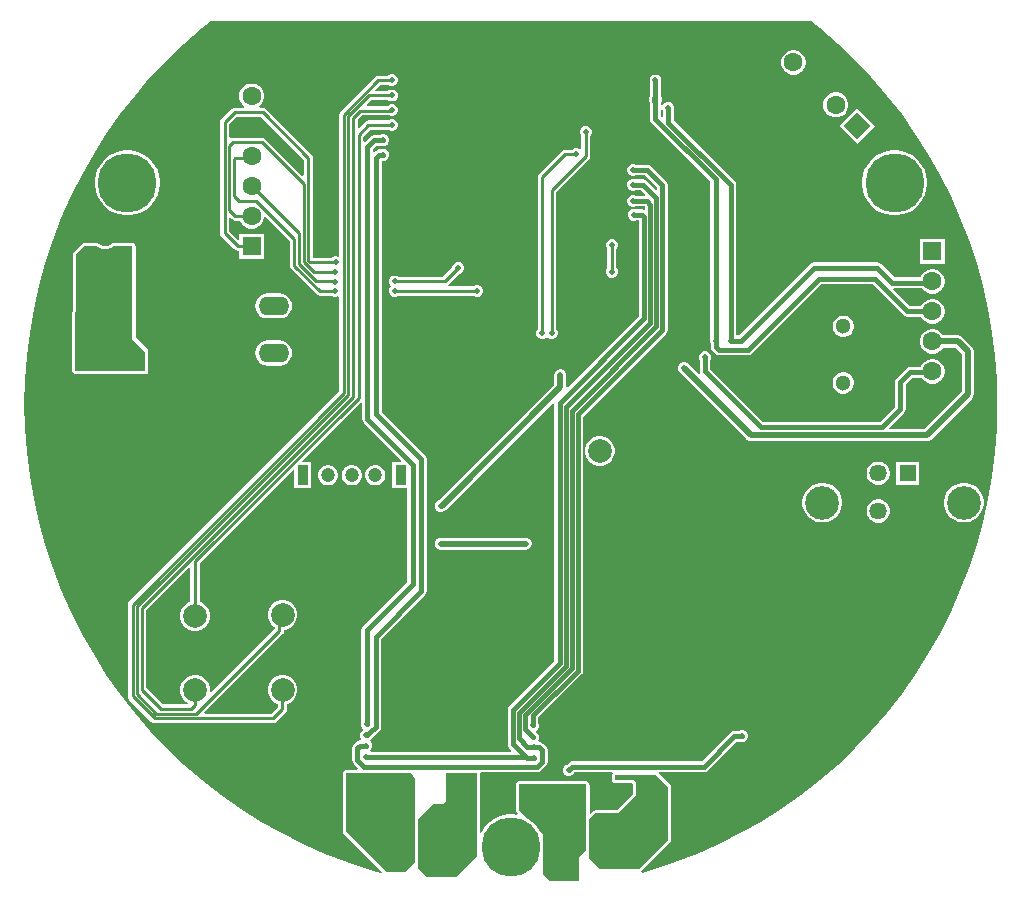
<source format=gbl>
G04*
G04 #@! TF.GenerationSoftware,Altium Limited,Altium Designer,23.9.2 (47)*
G04*
G04 Layer_Physical_Order=2*
G04 Layer_Color=16711680*
%FSLAX44Y44*%
%MOMM*%
G71*
G04*
G04 #@! TF.SameCoordinates,B0C4C809-8F89-4942-82D6-759F1D8726B9*
G04*
G04*
G04 #@! TF.FilePolarity,Positive*
G04*
G01*
G75*
%ADD15C,0.2540*%
%ADD69C,1.3000*%
%ADD80C,0.3810*%
%ADD81C,0.5000*%
%ADD85C,2.0000*%
%ADD86R,1.6000X1.6000*%
%ADD87C,1.6000*%
%ADD88C,1.4580*%
%ADD89C,1.2000*%
%ADD90R,0.9000X1.7000*%
%ADD91P,2.2627X4X180.0*%
%ADD92O,2.6000X1.6000*%
%ADD93C,2.8500*%
%ADD94R,1.4580X1.4580*%
%ADD95C,5.0000*%
%ADD96C,0.5000*%
%ADD97C,0.6000*%
G36*
X261343Y318447D02*
X276653Y305240D01*
X291298Y291298D01*
X305240Y276653D01*
X318447Y261343D01*
X330887Y245403D01*
X342530Y228871D01*
X353347Y211788D01*
X363314Y194195D01*
X372405Y176134D01*
X380599Y157649D01*
X387876Y138784D01*
X394218Y119585D01*
X399611Y100097D01*
X404041Y80369D01*
X407498Y60447D01*
X409973Y40379D01*
X411461Y20214D01*
X411951Y254D01*
X411900Y0D01*
X411951Y-254D01*
X411461Y-20214D01*
X409973Y-40379D01*
X407498Y-60447D01*
X404041Y-80369D01*
X399611Y-100097D01*
X394218Y-119585D01*
X387876Y-138784D01*
X380599Y-157649D01*
X372405Y-176134D01*
X363314Y-194195D01*
X353347Y-211788D01*
X342530Y-228871D01*
X330887Y-245403D01*
X318447Y-261343D01*
X305240Y-276653D01*
X291298Y-291298D01*
X276653Y-305240D01*
X261343Y-318447D01*
X245403Y-330887D01*
X228871Y-342530D01*
X211788Y-353347D01*
X194195Y-363314D01*
X176134Y-372405D01*
X157649Y-380599D01*
X138784Y-387876D01*
X119585Y-394218D01*
X111281Y-396516D01*
X110369Y-395585D01*
X110370Y-395451D01*
X135181Y-370639D01*
X135743Y-369799D01*
X135940Y-368808D01*
Y-324612D01*
X135743Y-323621D01*
X135181Y-322781D01*
X125035Y-312634D01*
X125561Y-311364D01*
X163576D01*
X165310Y-311019D01*
X166781Y-310037D01*
X191107Y-285710D01*
X194219D01*
X194832Y-285964D01*
X196836D01*
X198689Y-285197D01*
X200107Y-283779D01*
X200874Y-281926D01*
Y-279921D01*
X200107Y-278069D01*
X198689Y-276651D01*
X196836Y-275884D01*
X194832D01*
X192992Y-276646D01*
X189230D01*
X189230Y-276646D01*
X187496Y-276991D01*
X186025Y-277973D01*
X186025Y-277973D01*
X161699Y-302300D01*
X52070D01*
X52070Y-302300D01*
X50336Y-302645D01*
X48865Y-303627D01*
X48865Y-303627D01*
X47393Y-305099D01*
X46167Y-305607D01*
X44749Y-307025D01*
X43982Y-308878D01*
Y-310882D01*
X44749Y-312735D01*
X46167Y-314153D01*
X48019Y-314920D01*
X50024D01*
X51877Y-314153D01*
X53295Y-312735D01*
X53803Y-311509D01*
X53947Y-311364D01*
X85674D01*
X85675Y-311364D01*
X86318Y-312634D01*
X86105Y-312953D01*
X86105Y-312953D01*
X85999Y-313207D01*
X85802Y-314198D01*
Y-318008D01*
X85999Y-318999D01*
X86561Y-319839D01*
X87401Y-320401D01*
X88392Y-320598D01*
X102813D01*
X103582Y-321367D01*
Y-329889D01*
X89605Y-343866D01*
X71628D01*
X70637Y-344063D01*
X69797Y-344625D01*
X67771Y-346650D01*
X66598Y-346164D01*
Y-322326D01*
X66401Y-321335D01*
X66085Y-320573D01*
X65524Y-319733D01*
X64683Y-319171D01*
X63692Y-318974D01*
X6604D01*
X5613Y-319171D01*
X4773Y-319733D01*
X4211Y-320573D01*
X4014Y-321564D01*
Y-343408D01*
X4211Y-344399D01*
X4773Y-345239D01*
X5958Y-346424D01*
X5352Y-347614D01*
X2167Y-347110D01*
X-2167D01*
X-6449Y-347788D01*
X-10572Y-349128D01*
X-14434Y-351096D01*
X-17941Y-353644D01*
X-21006Y-356709D01*
X-23554Y-360216D01*
X-25096Y-363242D01*
X-26366Y-362937D01*
Y-352806D01*
Y-312420D01*
X-25571Y-311451D01*
X22435D01*
X24169Y-311106D01*
X25639Y-310124D01*
X29708Y-306055D01*
X30690Y-304585D01*
X31035Y-302851D01*
Y-292895D01*
X30690Y-291161D01*
X29708Y-289690D01*
X29708Y-289690D01*
X27362Y-287345D01*
X25892Y-286363D01*
X24158Y-286018D01*
X23759D01*
X23194Y-284748D01*
X23836Y-283197D01*
Y-281192D01*
X23069Y-279339D01*
X21651Y-277921D01*
X21361Y-277801D01*
X21262Y-276468D01*
X21651Y-276307D01*
X23069Y-274889D01*
X23836Y-273036D01*
Y-271031D01*
X23328Y-269805D01*
Y-265275D01*
X59847Y-228757D01*
X60829Y-227286D01*
X61174Y-225552D01*
Y-10513D01*
X131475Y59787D01*
X131475Y59787D01*
X132457Y61258D01*
X132802Y62992D01*
Y185474D01*
X132802Y185474D01*
X132457Y187208D01*
X131475Y188679D01*
X118575Y201579D01*
X117105Y202561D01*
X115370Y202906D01*
X105607D01*
X104381Y203414D01*
X102375D01*
X100523Y202647D01*
X99105Y201229D01*
X98338Y199377D01*
Y197372D01*
X99105Y195519D01*
X100523Y194101D01*
X102375Y193334D01*
X104381D01*
X105607Y193842D01*
X113493D01*
X123738Y183597D01*
Y182091D01*
X122565Y181605D01*
X115052Y189118D01*
X113581Y190100D01*
X111847Y190445D01*
X105897D01*
X104635Y190968D01*
X102629D01*
X100777Y190201D01*
X99359Y188783D01*
X98592Y186931D01*
Y184925D01*
X99359Y183073D01*
X100777Y181655D01*
X102629Y180888D01*
X104635D01*
X105825Y181381D01*
X109970D01*
X113687Y177663D01*
X113202Y176490D01*
X105861D01*
X104635Y176998D01*
X102629D01*
X100777Y176231D01*
X99359Y174813D01*
X98592Y172960D01*
Y170956D01*
X99359Y169103D01*
X100777Y167685D01*
X102629Y166918D01*
X104635D01*
X105861Y167426D01*
X113239D01*
X113578Y167087D01*
Y165428D01*
X112308Y164760D01*
X110798Y165060D01*
X106115D01*
X104888Y165568D01*
X102884D01*
X101031Y164801D01*
X99613Y163383D01*
X98846Y161530D01*
Y159525D01*
X99613Y157673D01*
X101031Y156255D01*
X102884Y155488D01*
X104888D01*
X106115Y155996D01*
X108498D01*
Y74521D01*
X48223Y14246D01*
X47049Y14868D01*
Y24384D01*
X46950Y24880D01*
Y25387D01*
X46756Y25854D01*
X46658Y26351D01*
X46376Y26771D01*
X46183Y27239D01*
X45825Y27597D01*
X45544Y28018D01*
X45123Y28299D01*
X44765Y28657D01*
X44297Y28850D01*
X43877Y29132D01*
X43380Y29230D01*
X42913Y29424D01*
X42406D01*
X41910Y29523D01*
X41414Y29424D01*
X40908D01*
X40440Y29230D01*
X39943Y29132D01*
X39523Y28850D01*
X39055Y28657D01*
X38697Y28299D01*
X38276Y28018D01*
X37995Y27597D01*
X37637Y27239D01*
X37444Y26771D01*
X37162Y26351D01*
X37064Y25854D01*
X36870Y25387D01*
Y24880D01*
X36771Y24384D01*
Y16607D01*
X-61142Y-81307D01*
X-61403Y-81358D01*
X-61823Y-81640D01*
X-62291Y-81833D01*
X-62649Y-82191D01*
X-63070Y-82472D01*
X-63351Y-82893D01*
X-63709Y-83251D01*
X-63902Y-83719D01*
X-64184Y-84139D01*
X-64282Y-84636D01*
X-64476Y-85104D01*
Y-85610D01*
X-64575Y-86106D01*
X-64476Y-86602D01*
Y-87108D01*
X-64282Y-87576D01*
X-64184Y-88073D01*
X-63902Y-88493D01*
X-63709Y-88961D01*
X-63351Y-89319D01*
X-63070Y-89740D01*
X-62649Y-90021D01*
X-62291Y-90379D01*
X-61823Y-90572D01*
X-61403Y-90854D01*
X-60906Y-90952D01*
X-60438Y-91146D01*
X-59932D01*
X-59436Y-91245D01*
X-58674D01*
X-56708Y-90854D01*
X-55040Y-89740D01*
X35600Y901D01*
X36870Y375D01*
Y-217362D01*
X-1514Y-255746D01*
X-2496Y-257216D01*
X-2841Y-258950D01*
Y-287949D01*
X-2496Y-289683D01*
X-1514Y-291154D01*
X331Y-292999D01*
X-155Y-294172D01*
X-118624D01*
X-119150Y-292902D01*
X-118155Y-291907D01*
X-117388Y-290054D01*
Y-288050D01*
X-118155Y-286197D01*
X-118789Y-285564D01*
X-119532Y-284734D01*
X-118789Y-283904D01*
X-118155Y-283271D01*
X-117875Y-282594D01*
X-117165Y-281884D01*
X-116093Y-281168D01*
X-111349Y-276424D01*
X-110367Y-274954D01*
X-110022Y-273220D01*
X-110022Y-273220D01*
Y-198981D01*
X-72487Y-161447D01*
X-72487Y-161447D01*
X-71505Y-159976D01*
X-71160Y-158242D01*
X-71160Y-158242D01*
Y-46228D01*
X-71505Y-44494D01*
X-72487Y-43023D01*
X-72487Y-43023D01*
X-109260Y-6251D01*
Y206083D01*
X-108953Y206288D01*
X-106947D01*
X-105095Y207055D01*
X-103677Y208473D01*
X-102910Y210326D01*
Y212330D01*
X-103677Y214183D01*
X-105095Y215601D01*
X-106947Y216368D01*
X-108953D01*
X-110728Y215632D01*
X-111400D01*
X-113135Y215287D01*
X-114605Y214305D01*
X-115707Y213203D01*
X-116880Y213689D01*
Y216055D01*
X-114174Y218760D01*
X-109815D01*
X-109138Y218480D01*
X-107134D01*
X-105281Y219247D01*
X-103863Y220665D01*
X-103096Y222518D01*
Y224522D01*
X-103863Y226375D01*
X-105281Y227793D01*
X-107134Y228560D01*
X-109138D01*
X-110914Y227824D01*
X-116052D01*
X-117786Y227479D01*
X-119256Y226497D01*
X-119256Y226497D01*
X-123750Y222003D01*
X-125020Y222529D01*
Y226610D01*
X-119080Y232551D01*
X-103788D01*
X-103439Y232201D01*
X-101587Y231434D01*
X-99581D01*
X-97729Y232201D01*
X-96311Y233619D01*
X-95544Y235471D01*
Y237477D01*
X-96311Y239329D01*
X-97729Y240747D01*
X-99581Y241514D01*
X-101587D01*
X-103439Y240747D01*
X-103866Y240320D01*
X-120689D01*
X-122175Y240024D01*
X-123435Y239182D01*
X-128419Y234199D01*
X-129592Y234685D01*
Y240834D01*
X-125768Y244658D01*
X-103450D01*
X-103439Y244647D01*
X-101587Y243880D01*
X-99581D01*
X-97729Y244647D01*
X-96311Y246065D01*
X-95544Y247917D01*
Y249923D01*
X-96311Y251775D01*
X-97729Y253193D01*
X-99581Y253960D01*
X-101587D01*
X-103439Y253193D01*
X-104204Y252428D01*
X-121728D01*
X-122213Y253601D01*
X-118333Y257481D01*
X-104081D01*
X-103693Y257093D01*
X-101840Y256326D01*
X-99836D01*
X-97983Y257093D01*
X-96565Y258511D01*
X-95798Y260364D01*
Y262369D01*
X-96565Y264221D01*
X-97983Y265639D01*
X-99836Y266406D01*
X-101840D01*
X-103693Y265639D01*
X-104081Y265251D01*
X-114293D01*
X-114779Y266424D01*
X-110767Y270435D01*
X-104081D01*
X-103693Y270047D01*
X-101840Y269280D01*
X-99836D01*
X-97983Y270047D01*
X-96565Y271465D01*
X-95798Y273318D01*
Y275322D01*
X-96565Y277175D01*
X-97983Y278593D01*
X-99836Y279360D01*
X-101840D01*
X-103693Y278593D01*
X-104081Y278205D01*
X-112376D01*
X-113863Y277909D01*
X-115123Y277067D01*
X-144225Y247965D01*
X-145067Y246705D01*
X-145363Y245218D01*
Y125740D01*
X-146633Y124892D01*
X-147333Y125182D01*
X-149339D01*
X-151191Y124415D01*
X-151579Y124027D01*
X-167565D01*
Y208534D01*
X-167861Y210021D01*
X-168703Y211281D01*
X-207437Y250015D01*
X-208697Y250857D01*
X-210184Y251153D01*
X-212733D01*
X-213061Y252379D01*
X-212984Y252424D01*
X-211022Y254386D01*
X-209634Y256790D01*
X-208916Y259470D01*
Y262246D01*
X-209634Y264926D01*
X-211022Y267330D01*
X-212984Y269292D01*
X-215388Y270680D01*
X-218068Y271398D01*
X-220844D01*
X-223524Y270680D01*
X-225928Y269292D01*
X-227890Y267330D01*
X-229278Y264926D01*
X-229996Y262246D01*
Y259470D01*
X-229278Y256790D01*
X-227890Y254386D01*
X-225928Y252424D01*
X-225851Y252379D01*
X-226179Y251153D01*
X-233716D01*
X-235203Y250857D01*
X-236463Y250015D01*
X-245063Y241415D01*
X-245905Y240155D01*
X-246201Y238668D01*
Y144780D01*
X-245905Y143293D01*
X-245063Y142033D01*
X-234141Y131111D01*
X-232881Y130269D01*
X-231394Y129973D01*
X-229996D01*
Y123318D01*
X-208916D01*
Y144398D01*
X-229996D01*
Y139613D01*
X-231169Y139127D01*
X-238431Y146389D01*
Y157364D01*
X-237258Y157850D01*
X-235919Y156511D01*
X-234659Y155669D01*
X-233172Y155373D01*
X-229327D01*
X-229278Y155190D01*
X-227890Y152786D01*
X-225928Y150824D01*
X-223524Y149436D01*
X-220844Y148718D01*
X-218068D01*
X-215388Y149436D01*
X-212984Y150824D01*
X-211022Y152786D01*
X-209634Y155190D01*
X-208916Y157870D01*
Y158267D01*
X-207743Y158753D01*
X-187213Y138224D01*
Y117344D01*
X-186918Y115858D01*
X-186076Y114598D01*
X-164489Y93011D01*
X-163229Y92169D01*
X-161743Y91873D01*
X-152087D01*
X-151699Y91485D01*
X-149846Y90718D01*
X-147842D01*
X-146633Y91219D01*
X-145363Y90452D01*
Y10794D01*
X-323041Y-166884D01*
X-323883Y-168145D01*
X-324179Y-169631D01*
Y-247304D01*
X-323883Y-248790D01*
X-323041Y-250050D01*
X-304406Y-268685D01*
X-303146Y-269527D01*
X-301660Y-269823D01*
X-201422D01*
X-199935Y-269527D01*
X-198675Y-268685D01*
X-190801Y-260811D01*
X-189959Y-259551D01*
X-189663Y-258064D01*
Y-253818D01*
X-188454Y-253493D01*
X-185594Y-251842D01*
X-183260Y-249508D01*
X-181609Y-246648D01*
X-180754Y-243459D01*
Y-240157D01*
X-181609Y-236968D01*
X-183260Y-234108D01*
X-185594Y-231773D01*
X-188454Y-230123D01*
X-191643Y-229268D01*
X-194945D01*
X-198134Y-230123D01*
X-200994Y-231773D01*
X-203328Y-234108D01*
X-204979Y-236968D01*
X-205834Y-240157D01*
Y-243459D01*
X-204979Y-246648D01*
X-203328Y-249508D01*
X-200994Y-251842D01*
X-198134Y-253493D01*
X-197433Y-253681D01*
Y-256455D01*
X-203031Y-262053D01*
X-258964D01*
X-259450Y-260880D01*
X-193327Y-194757D01*
X-192485Y-193497D01*
X-192190Y-192010D01*
Y-190848D01*
X-191643D01*
X-188454Y-189993D01*
X-185594Y-188342D01*
X-183260Y-186008D01*
X-181609Y-183148D01*
X-180754Y-179959D01*
Y-176657D01*
X-181609Y-173468D01*
X-183260Y-170608D01*
X-185594Y-168274D01*
X-188454Y-166623D01*
X-191643Y-165768D01*
X-194945D01*
X-198134Y-166623D01*
X-200994Y-168274D01*
X-203328Y-170608D01*
X-204979Y-173468D01*
X-205834Y-176657D01*
Y-179959D01*
X-204979Y-183148D01*
X-203328Y-186008D01*
X-200994Y-188342D01*
X-199959Y-188940D01*
Y-190401D01*
X-253621Y-244063D01*
X-254004Y-243842D01*
X-254668Y-243314D01*
Y-240157D01*
X-255523Y-236968D01*
X-257174Y-234108D01*
X-259508Y-231773D01*
X-262368Y-230123D01*
X-265557Y-229268D01*
X-268859D01*
X-272048Y-230123D01*
X-274908Y-231773D01*
X-277243Y-234108D01*
X-278893Y-236968D01*
X-279748Y-240157D01*
Y-243459D01*
X-278893Y-246648D01*
X-277243Y-249508D01*
X-274908Y-251842D01*
X-273500Y-252655D01*
X-273840Y-253925D01*
X-294781D01*
X-308535Y-240171D01*
Y-174143D01*
X-272520Y-138127D01*
X-271347Y-138613D01*
Y-167383D01*
X-272302Y-167639D01*
X-275162Y-169289D01*
X-277496Y-171624D01*
X-279147Y-174484D01*
X-280002Y-177673D01*
Y-180975D01*
X-279147Y-184164D01*
X-277496Y-187024D01*
X-275162Y-189359D01*
X-272302Y-191009D01*
X-269113Y-191864D01*
X-265811D01*
X-262622Y-191009D01*
X-259762Y-189359D01*
X-257428Y-187024D01*
X-255777Y-184164D01*
X-254922Y-180975D01*
Y-177673D01*
X-255777Y-174484D01*
X-257428Y-171624D01*
X-259762Y-169289D01*
X-262622Y-167639D01*
X-263577Y-167383D01*
Y-134573D01*
X-184521Y-55517D01*
X-183348Y-56003D01*
Y-71238D01*
X-169268D01*
Y-49158D01*
X-176503D01*
X-176989Y-47985D01*
X-127214Y1790D01*
X-125944Y1264D01*
Y-12808D01*
X-125599Y-14542D01*
X-124617Y-16012D01*
X-92645Y-47985D01*
X-93131Y-49158D01*
X-100348D01*
Y-71238D01*
X-87590D01*
Y-150306D01*
X-125379Y-188095D01*
X-126361Y-189565D01*
X-126706Y-191299D01*
Y-268789D01*
X-127214Y-270016D01*
Y-272020D01*
X-126447Y-273873D01*
X-125472Y-274847D01*
X-125318Y-275905D01*
X-125559Y-276420D01*
X-126701Y-277561D01*
X-127468Y-279414D01*
Y-281418D01*
X-126701Y-283271D01*
X-126625Y-283347D01*
X-127111Y-284520D01*
X-127649D01*
X-129383Y-284865D01*
X-130854Y-285847D01*
X-133086Y-288079D01*
X-134068Y-289550D01*
X-134413Y-291284D01*
Y-301581D01*
X-134068Y-303315D01*
X-133086Y-304785D01*
X-129468Y-308403D01*
X-129954Y-309576D01*
X-139446D01*
X-140437Y-309773D01*
X-141277Y-310335D01*
X-141839Y-311175D01*
X-142036Y-312166D01*
Y-361696D01*
X-141839Y-362687D01*
X-141277Y-363527D01*
X-108965Y-395840D01*
X-109626Y-396974D01*
X-119585Y-394218D01*
X-138784Y-387876D01*
X-157649Y-380599D01*
X-176134Y-372405D01*
X-194195Y-363314D01*
X-211788Y-353347D01*
X-228871Y-342530D01*
X-245403Y-330887D01*
X-261343Y-318447D01*
X-276653Y-305240D01*
X-291298Y-291298D01*
X-305240Y-276653D01*
X-318447Y-261343D01*
X-330887Y-245403D01*
X-342530Y-228871D01*
X-353347Y-211788D01*
X-363314Y-194195D01*
X-372405Y-176134D01*
X-380599Y-157649D01*
X-387876Y-138784D01*
X-394218Y-119585D01*
X-399611Y-100097D01*
X-404041Y-80369D01*
X-407498Y-60447D01*
X-409973Y-40379D01*
X-411461Y-20214D01*
X-411951Y-254D01*
X-411900Y0D01*
X-411951Y254D01*
X-411461Y20214D01*
X-409973Y40379D01*
X-407498Y60447D01*
X-404041Y80369D01*
X-399611Y100097D01*
X-394218Y119585D01*
X-387876Y138784D01*
X-380599Y157649D01*
X-372405Y176134D01*
X-363314Y194195D01*
X-353347Y211788D01*
X-342530Y228871D01*
X-330887Y245403D01*
X-318447Y261343D01*
X-305240Y276653D01*
X-291298Y291298D01*
X-276653Y305240D01*
X-261343Y318447D01*
X-253769Y324358D01*
X253769D01*
X261343Y318447D01*
D02*
G37*
G36*
X-175335Y206925D02*
Y193664D01*
X-176508Y193178D01*
X-207945Y224615D01*
X-209205Y225457D01*
X-210692Y225753D01*
X-235494D01*
X-236981Y225457D01*
X-237161Y225336D01*
X-238431Y226015D01*
Y237059D01*
X-232107Y243383D01*
X-211793D01*
X-175335Y206925D01*
D02*
G37*
G36*
X133350Y-324612D02*
Y-368808D01*
X108458Y-393700D01*
X75438D01*
X66548Y-384810D01*
Y-351536D01*
X71628Y-346456D01*
X90678D01*
X106172Y-330962D01*
Y-320294D01*
X103886Y-318008D01*
X88392D01*
Y-314198D01*
X88497Y-313944D01*
X122682D01*
X133350Y-324612D01*
D02*
G37*
G36*
X-81280Y-317500D02*
Y-351286D01*
X-81330Y-351536D01*
Y-388112D01*
X-81534D01*
X-89662Y-396240D01*
X-89916Y-395986D01*
X-105410D01*
Y-395732D01*
X-139446Y-361696D01*
Y-312166D01*
X-121412D01*
X-121158Y-311912D01*
X-84836D01*
X-81280Y-317500D01*
D02*
G37*
G36*
X-28956Y-352806D02*
Y-382524D01*
X-46482Y-400050D01*
X-71628D01*
X-78740Y-392938D01*
Y-351536D01*
X-65786Y-338582D01*
X-57658D01*
X-55118Y-336042D01*
Y-312420D01*
X-28956D01*
Y-352806D01*
D02*
G37*
G36*
X64008Y-322326D02*
Y-351286D01*
X63958Y-351536D01*
Y-377190D01*
X63500D01*
X57658Y-383032D01*
Y-404114D01*
X32766D01*
X27178Y-398526D01*
X27432Y-398272D01*
Y-377499D01*
X27540Y-376818D01*
Y-372482D01*
X27432Y-371801D01*
Y-364236D01*
X23702Y-360506D01*
X23554Y-360216D01*
X21006Y-356709D01*
X17941Y-353644D01*
X14434Y-351096D01*
X14144Y-350948D01*
X6604Y-343408D01*
Y-321564D01*
X63692D01*
X64008Y-322326D01*
D02*
G37*
%LPC*%
G36*
X240639Y299863D02*
X237864D01*
X235183Y299144D01*
X232780Y297757D01*
X230817Y295794D01*
X229429Y293391D01*
X228711Y290710D01*
Y287935D01*
X229429Y285254D01*
X230817Y282851D01*
X232780Y280889D01*
X235183Y279501D01*
X237864Y278783D01*
X240639D01*
X243319Y279501D01*
X245723Y280889D01*
X247685Y282851D01*
X249073Y285254D01*
X249791Y287935D01*
Y290710D01*
X249073Y293391D01*
X247685Y295794D01*
X245723Y297757D01*
X243319Y299144D01*
X240639Y299863D01*
D02*
G37*
G36*
X276560Y263942D02*
X273785D01*
X271104Y263223D01*
X268701Y261836D01*
X266738Y259873D01*
X265350Y257470D01*
X264632Y254789D01*
Y252014D01*
X265350Y249333D01*
X266738Y246930D01*
X268701Y244968D01*
X271104Y243580D01*
X273785Y242862D01*
X276560D01*
X279240Y243580D01*
X281644Y244968D01*
X283606Y246930D01*
X284994Y249333D01*
X285712Y252014D01*
Y254789D01*
X284994Y257470D01*
X283606Y259873D01*
X281644Y261836D01*
X279240Y263223D01*
X276560Y263942D01*
D02*
G37*
G36*
X293133Y250347D02*
X278227Y235441D01*
X293133Y220535D01*
X308039Y235441D01*
X293133Y250347D01*
D02*
G37*
G36*
X64248Y235418D02*
X62243D01*
X60391Y234651D01*
X58973Y233233D01*
X58206Y231381D01*
Y229375D01*
X58973Y227523D01*
X59361Y227135D01*
Y216126D01*
X58188Y215640D01*
X57973Y215855D01*
X56121Y216622D01*
X54116D01*
X52263Y215855D01*
X51875Y215467D01*
X46228D01*
X44741Y215171D01*
X43481Y214329D01*
X23923Y194771D01*
X23081Y193511D01*
X22785Y192024D01*
Y63187D01*
X22397Y62799D01*
X21630Y60946D01*
Y58941D01*
X22397Y57089D01*
X23815Y55671D01*
X25668Y54904D01*
X27673D01*
X29525Y55671D01*
X30734Y56880D01*
X31689Y55925D01*
X33542Y55158D01*
X35547D01*
X37399Y55925D01*
X38817Y57343D01*
X39584Y59195D01*
Y61200D01*
X38817Y63053D01*
X38429Y63441D01*
Y179747D01*
X65993Y207311D01*
X66835Y208571D01*
X67131Y210058D01*
Y227135D01*
X67519Y227523D01*
X68286Y229375D01*
Y231381D01*
X67519Y233233D01*
X66101Y234651D01*
X64248Y235418D01*
D02*
G37*
G36*
X326968Y215040D02*
X322633D01*
X318351Y214362D01*
X314228Y213022D01*
X310366Y211054D01*
X306859Y208506D01*
X303794Y205441D01*
X301246Y201934D01*
X299278Y198072D01*
X297938Y193949D01*
X297260Y189667D01*
Y185333D01*
X297938Y181051D01*
X299278Y176928D01*
X301246Y173066D01*
X303794Y169559D01*
X306859Y166494D01*
X310366Y163946D01*
X314228Y161978D01*
X318351Y160638D01*
X322633Y159960D01*
X326968D01*
X331249Y160638D01*
X335372Y161978D01*
X339234Y163946D01*
X342741Y166494D01*
X345806Y169559D01*
X348354Y173066D01*
X350322Y176928D01*
X351662Y181051D01*
X352340Y185333D01*
Y189667D01*
X351662Y193949D01*
X350322Y198072D01*
X348354Y201934D01*
X345806Y205441D01*
X342741Y208506D01*
X339234Y211054D01*
X335372Y213022D01*
X331249Y214362D01*
X326968Y215040D01*
D02*
G37*
G36*
X-322517D02*
X-326852D01*
X-331133Y214362D01*
X-335256Y213022D01*
X-339118Y211054D01*
X-342625Y208506D01*
X-345690Y205441D01*
X-348238Y201934D01*
X-350206Y198072D01*
X-351546Y193949D01*
X-352224Y189667D01*
Y185333D01*
X-351546Y181051D01*
X-350206Y176928D01*
X-348238Y173066D01*
X-345690Y169559D01*
X-342625Y166494D01*
X-339118Y163946D01*
X-335256Y161978D01*
X-331133Y160638D01*
X-326852Y159960D01*
X-322517D01*
X-318235Y160638D01*
X-314112Y161978D01*
X-310250Y163946D01*
X-306743Y166494D01*
X-303678Y169559D01*
X-301130Y173066D01*
X-299162Y176928D01*
X-297822Y181051D01*
X-297144Y185333D01*
Y189667D01*
X-297822Y193949D01*
X-299162Y198072D01*
X-301130Y201934D01*
X-303678Y205441D01*
X-306743Y208506D01*
X-310250Y211054D01*
X-314112Y213022D01*
X-318235Y214362D01*
X-322517Y215040D01*
D02*
G37*
G36*
X-320416Y136588D02*
X-335694D01*
X-335920Y136543D01*
X-336046Y136551D01*
X-336283Y136471D01*
X-336685Y136391D01*
X-336856Y136276D01*
X-337003Y136226D01*
X-339567Y134746D01*
X-342098Y134068D01*
X-344718D01*
X-347249Y134746D01*
X-349813Y136226D01*
X-349960Y136276D01*
X-350131Y136391D01*
X-350533Y136471D01*
X-350770Y136551D01*
X-350896Y136543D01*
X-351122Y136588D01*
X-361311D01*
X-362302Y136391D01*
X-363142Y135829D01*
X-369746Y129225D01*
X-370018Y128818D01*
X-370294Y128415D01*
X-370298Y128399D01*
X-370307Y128385D01*
X-370403Y127906D01*
X-370504Y127427D01*
X-371754Y28927D01*
X-371732Y28806D01*
X-371746Y28684D01*
X-371640Y28313D01*
X-371570Y27933D01*
X-371503Y27831D01*
X-371469Y27713D01*
X-371229Y27410D01*
X-371019Y27086D01*
X-370918Y27017D01*
X-370842Y26921D01*
X-369585Y25853D01*
X-369234Y25657D01*
X-368899Y25434D01*
X-368795Y25413D01*
X-368702Y25361D01*
X-368303Y25315D01*
X-367908Y25236D01*
X-309494D01*
X-308503Y25434D01*
X-307663Y25995D01*
X-307102Y26835D01*
X-306905Y27826D01*
Y44590D01*
X-307102Y45581D01*
X-307663Y46421D01*
X-317827Y56585D01*
Y133998D01*
X-318024Y134989D01*
X-318585Y135829D01*
X-319426Y136391D01*
X-320416Y136588D01*
D02*
G37*
G36*
X367410Y139826D02*
X346330D01*
Y118746D01*
X367410D01*
Y139826D01*
D02*
G37*
G36*
X-43447Y120356D02*
X-45452D01*
X-47305Y119589D01*
X-48723Y118171D01*
X-49490Y116319D01*
Y115770D01*
X-57489Y107771D01*
X-95055D01*
X-95443Y108159D01*
X-97296Y108926D01*
X-99300D01*
X-101153Y108159D01*
X-102571Y106741D01*
X-103338Y104888D01*
Y102884D01*
X-102571Y101031D01*
X-101489Y99949D01*
X-102571Y98867D01*
X-103338Y97015D01*
Y95009D01*
X-102571Y93157D01*
X-101153Y91739D01*
X-99300Y90972D01*
X-97296D01*
X-95443Y91739D01*
X-95182Y92000D01*
X-31818D01*
X-31303Y91485D01*
X-29451Y90718D01*
X-27445D01*
X-25593Y91485D01*
X-24175Y92903D01*
X-23408Y94755D01*
Y96761D01*
X-24175Y98613D01*
X-25593Y100031D01*
X-27445Y100798D01*
X-29451D01*
X-31303Y100031D01*
X-31564Y99770D01*
X-52897D01*
X-53282Y101040D01*
X-53133Y101139D01*
X-43996Y110276D01*
X-43447D01*
X-41595Y111043D01*
X-40177Y112461D01*
X-39410Y114313D01*
Y116319D01*
X-40177Y118171D01*
X-41595Y119589D01*
X-43447Y120356D01*
D02*
G37*
G36*
X86601Y139914D02*
X84595D01*
X82743Y139147D01*
X81325Y137729D01*
X80558Y135877D01*
Y133871D01*
X81325Y132019D01*
X81586Y131758D01*
Y115638D01*
X81071Y115123D01*
X80304Y113271D01*
Y111265D01*
X81071Y109413D01*
X82489Y107995D01*
X84341Y107228D01*
X86347D01*
X88199Y107995D01*
X89617Y109413D01*
X90384Y111265D01*
Y113271D01*
X89617Y115123D01*
X89356Y115384D01*
Y131504D01*
X89871Y132019D01*
X90638Y133871D01*
Y135877D01*
X89871Y137729D01*
X88453Y139147D01*
X86601Y139914D01*
D02*
G37*
G36*
X123431Y279106D02*
X121426D01*
X119573Y278339D01*
X118155Y276921D01*
X117388Y275068D01*
Y273064D01*
X117642Y272451D01*
Y261113D01*
X117477Y260948D01*
X116634Y258912D01*
Y256708D01*
X117477Y254672D01*
X117642Y254507D01*
Y241808D01*
X117987Y240074D01*
X118969Y238603D01*
X168950Y188623D01*
Y55823D01*
X168442Y54597D01*
Y52592D01*
X169178Y50816D01*
Y48460D01*
X169523Y46726D01*
X170505Y45255D01*
X172737Y43023D01*
X174207Y42041D01*
X175942Y41696D01*
X201168D01*
X202902Y42041D01*
X204373Y43023D01*
X262735Y101386D01*
X306479D01*
X332583Y75281D01*
X332583Y75281D01*
X334054Y74299D01*
X335788Y73954D01*
X335788Y73954D01*
X347316D01*
X348436Y72014D01*
X350398Y70052D01*
X352802Y68664D01*
X355482Y67946D01*
X358258D01*
X360938Y68664D01*
X363342Y70052D01*
X365304Y72014D01*
X366692Y74418D01*
X367410Y77098D01*
Y79874D01*
X366692Y82554D01*
X365304Y84958D01*
X363342Y86920D01*
X360938Y88308D01*
X358258Y89026D01*
X355482D01*
X352802Y88308D01*
X350398Y86920D01*
X348436Y84958D01*
X347316Y83018D01*
X337665D01*
X323615Y97068D01*
X324142Y98338D01*
X347903D01*
X348436Y97414D01*
X350398Y95452D01*
X352802Y94064D01*
X355482Y93346D01*
X358258D01*
X360938Y94064D01*
X363342Y95452D01*
X365304Y97414D01*
X366692Y99818D01*
X367410Y102498D01*
Y105274D01*
X366692Y107954D01*
X365304Y110358D01*
X363342Y112320D01*
X360938Y113708D01*
X358258Y114426D01*
X355482D01*
X352802Y113708D01*
X350398Y112320D01*
X348436Y110358D01*
X347048Y107954D01*
X346900Y107402D01*
X324965D01*
X313593Y118775D01*
X312122Y119757D01*
X310388Y120102D01*
X256794D01*
X256794Y120102D01*
X255060Y119757D01*
X253589Y118775D01*
X193195Y58380D01*
X190714D01*
Y185420D01*
X190369Y187154D01*
X189387Y188625D01*
X137882Y240129D01*
Y248723D01*
X138390Y249949D01*
Y251954D01*
X137623Y253807D01*
X136205Y255225D01*
X134353Y255992D01*
X132347D01*
X130495Y255225D01*
X129077Y253807D01*
X128310Y251954D01*
Y249949D01*
X128818Y248723D01*
Y243233D01*
X127645Y242747D01*
X126706Y243685D01*
Y254507D01*
X126871Y254672D01*
X127714Y256708D01*
Y258912D01*
X126871Y260948D01*
X126706Y261113D01*
Y271224D01*
X127468Y273064D01*
Y275068D01*
X126701Y276921D01*
X125283Y278339D01*
X123431Y279106D01*
D02*
G37*
G36*
X-195868Y93943D02*
X-205868D01*
X-208619Y93581D01*
X-211183Y92519D01*
X-213385Y90829D01*
X-215074Y88628D01*
X-216136Y86063D01*
X-216499Y83312D01*
X-216136Y80561D01*
X-215074Y77997D01*
X-213385Y75795D01*
X-211183Y74105D01*
X-208619Y73043D01*
X-205868Y72681D01*
X-195868D01*
X-193116Y73043D01*
X-190552Y74105D01*
X-188351Y75795D01*
X-186661Y77997D01*
X-185599Y80561D01*
X-185237Y83312D01*
X-185599Y86063D01*
X-186661Y88628D01*
X-188351Y90829D01*
X-190552Y92519D01*
X-193116Y93581D01*
X-195868Y93943D01*
D02*
G37*
G36*
X282622Y75080D02*
X280242D01*
X277943Y74464D01*
X275881Y73274D01*
X274198Y71591D01*
X273008Y69529D01*
X272392Y67230D01*
Y64850D01*
X273008Y62551D01*
X274198Y60489D01*
X275881Y58806D01*
X277943Y57616D01*
X280242Y57000D01*
X282622D01*
X284921Y57616D01*
X286983Y58806D01*
X288666Y60489D01*
X289856Y62551D01*
X290472Y64850D01*
Y67230D01*
X289856Y69529D01*
X288666Y71591D01*
X286983Y73274D01*
X284921Y74464D01*
X282622Y75080D01*
D02*
G37*
G36*
X-195868Y53943D02*
X-205868D01*
X-208619Y53581D01*
X-211183Y52519D01*
X-213385Y50829D01*
X-215074Y48628D01*
X-216136Y46064D01*
X-216499Y43312D01*
X-216136Y40561D01*
X-215074Y37997D01*
X-213385Y35795D01*
X-211183Y34105D01*
X-208619Y33043D01*
X-205868Y32681D01*
X-195868D01*
X-193116Y33043D01*
X-190552Y34105D01*
X-188351Y35795D01*
X-186661Y37997D01*
X-185599Y40561D01*
X-185237Y43312D01*
X-185599Y46064D01*
X-186661Y48628D01*
X-188351Y50829D01*
X-190552Y52519D01*
X-193116Y53581D01*
X-195868Y53943D01*
D02*
G37*
G36*
X358258Y63626D02*
X355482D01*
X352802Y62908D01*
X350398Y61520D01*
X348436Y59558D01*
X347048Y57154D01*
X346330Y54474D01*
Y51698D01*
X347048Y49018D01*
X348436Y46614D01*
X350398Y44652D01*
X352802Y43264D01*
X355482Y42546D01*
X358258D01*
X360938Y43264D01*
X363342Y44652D01*
X365304Y46614D01*
X366074Y47947D01*
X376586D01*
X381703Y42829D01*
Y10510D01*
X349916Y-21277D01*
X320547D01*
X320061Y-20104D01*
X332897Y-7269D01*
X332897Y-7269D01*
X333879Y-5798D01*
X334224Y-4064D01*
Y17173D01*
X339443Y22392D01*
X347756D01*
X348436Y21214D01*
X350398Y19252D01*
X352802Y17864D01*
X355482Y17146D01*
X358258D01*
X360938Y17864D01*
X363342Y19252D01*
X365304Y21214D01*
X366692Y23618D01*
X367410Y26298D01*
Y29074D01*
X366692Y31754D01*
X365304Y34158D01*
X363342Y36120D01*
X360938Y37508D01*
X358258Y38226D01*
X355482D01*
X352802Y37508D01*
X350398Y36120D01*
X348436Y34158D01*
X347048Y31754D01*
X346968Y31456D01*
X337566D01*
X335832Y31111D01*
X334361Y30129D01*
X326487Y22255D01*
X325505Y20784D01*
X325160Y19050D01*
Y-2187D01*
X312321Y-15026D01*
X213459D01*
X168870Y29563D01*
Y37395D01*
X169378Y38621D01*
Y40627D01*
X168611Y42479D01*
X167193Y43897D01*
X165340Y44664D01*
X163335D01*
X161483Y43897D01*
X160065Y42479D01*
X159298Y40627D01*
Y38621D01*
X159806Y37395D01*
Y27686D01*
X160088Y26267D01*
X159006Y25553D01*
X150192Y34368D01*
X149771Y34649D01*
X149413Y35007D01*
X148945Y35200D01*
X148525Y35482D01*
X148028Y35580D01*
X147561Y35774D01*
X147054D01*
X146558Y35873D01*
X146062Y35774D01*
X145555D01*
X145088Y35580D01*
X144592Y35482D01*
X144171Y35200D01*
X143703Y35007D01*
X143345Y34649D01*
X142924Y34368D01*
X142643Y33947D01*
X142285Y33589D01*
X142092Y33121D01*
X141810Y32701D01*
X141712Y32204D01*
X141518Y31737D01*
Y31230D01*
X141419Y30734D01*
X141518Y30238D01*
Y29732D01*
X141712Y29264D01*
X141810Y28767D01*
X142092Y28347D01*
X142285Y27879D01*
X142643Y27521D01*
X142924Y27100D01*
X200074Y-30050D01*
X201742Y-31164D01*
X203708Y-31555D01*
X352044D01*
X354011Y-31164D01*
X355678Y-30050D01*
X390476Y4748D01*
X391590Y6416D01*
X391981Y8382D01*
Y44958D01*
X391590Y46925D01*
X390476Y48592D01*
X382348Y56720D01*
X380681Y57834D01*
X378714Y58225D01*
X366074D01*
X365304Y59558D01*
X363342Y61520D01*
X360938Y62908D01*
X358258Y63626D01*
D02*
G37*
G36*
X282622Y27080D02*
X280242D01*
X277943Y26464D01*
X275881Y25274D01*
X274198Y23591D01*
X273008Y21529D01*
X272392Y19230D01*
Y16850D01*
X273008Y14551D01*
X274198Y12489D01*
X275881Y10806D01*
X277943Y9616D01*
X280242Y9000D01*
X282622D01*
X284921Y9616D01*
X286983Y10806D01*
X288666Y12489D01*
X289856Y14551D01*
X290472Y16850D01*
Y19230D01*
X289856Y21529D01*
X288666Y23591D01*
X286983Y25274D01*
X284921Y26464D01*
X282622Y27080D01*
D02*
G37*
G36*
X76835Y-27084D02*
X73533D01*
X70344Y-27939D01*
X67484Y-29590D01*
X65149Y-31924D01*
X63499Y-34784D01*
X62644Y-37973D01*
Y-41275D01*
X63499Y-44464D01*
X65149Y-47324D01*
X67484Y-49658D01*
X70344Y-51309D01*
X73533Y-52164D01*
X76835D01*
X80024Y-51309D01*
X82884Y-49658D01*
X85218Y-47324D01*
X86869Y-44464D01*
X87724Y-41275D01*
Y-37973D01*
X86869Y-34784D01*
X85218Y-31924D01*
X82884Y-29590D01*
X80024Y-27939D01*
X76835Y-27084D01*
D02*
G37*
G36*
X345872Y-48594D02*
X326212D01*
Y-68254D01*
X345872D01*
Y-48594D01*
D02*
G37*
G36*
X312336D02*
X309748D01*
X307248Y-49264D01*
X305006Y-50558D01*
X303176Y-52388D01*
X301882Y-54630D01*
X301212Y-57130D01*
Y-59718D01*
X301882Y-62218D01*
X303176Y-64460D01*
X305006Y-66290D01*
X307248Y-67584D01*
X309748Y-68254D01*
X312336D01*
X314836Y-67584D01*
X317078Y-66290D01*
X318908Y-64460D01*
X320202Y-62218D01*
X320872Y-59718D01*
Y-57130D01*
X320202Y-54630D01*
X318908Y-52388D01*
X317078Y-50558D01*
X314836Y-49264D01*
X312336Y-48594D01*
D02*
G37*
G36*
X-133684Y-51658D02*
X-135932D01*
X-138104Y-52240D01*
X-140052Y-53364D01*
X-141642Y-54954D01*
X-142766Y-56902D01*
X-143348Y-59074D01*
Y-61322D01*
X-142766Y-63494D01*
X-141642Y-65442D01*
X-140052Y-67032D01*
X-138104Y-68156D01*
X-135932Y-68738D01*
X-133684D01*
X-131512Y-68156D01*
X-129564Y-67032D01*
X-127974Y-65442D01*
X-126850Y-63494D01*
X-126268Y-61322D01*
Y-59074D01*
X-126850Y-56902D01*
X-127974Y-54954D01*
X-129564Y-53364D01*
X-131512Y-52240D01*
X-133684Y-51658D01*
D02*
G37*
G36*
X-153684Y-51658D02*
X-155932D01*
X-158104Y-52240D01*
X-160052Y-53364D01*
X-161642Y-54954D01*
X-162766Y-56902D01*
X-163348Y-59074D01*
Y-61322D01*
X-162766Y-63494D01*
X-161642Y-65442D01*
X-160052Y-67032D01*
X-158104Y-68156D01*
X-155932Y-68738D01*
X-153684D01*
X-151512Y-68156D01*
X-149564Y-67032D01*
X-147974Y-65442D01*
X-146850Y-63494D01*
X-146268Y-61322D01*
Y-59074D01*
X-146850Y-56902D01*
X-147974Y-54954D01*
X-149564Y-53364D01*
X-151512Y-52240D01*
X-153684Y-51658D01*
D02*
G37*
G36*
X-113684Y-51658D02*
X-115932D01*
X-118104Y-52240D01*
X-120052Y-53364D01*
X-121642Y-54954D01*
X-122766Y-56902D01*
X-123348Y-59074D01*
Y-61322D01*
X-122766Y-63494D01*
X-121642Y-65442D01*
X-120052Y-67032D01*
X-118104Y-68156D01*
X-115932Y-68738D01*
X-113684D01*
X-111512Y-68156D01*
X-109564Y-67032D01*
X-107974Y-65442D01*
X-106850Y-63494D01*
X-106268Y-61322D01*
Y-59074D01*
X-106850Y-56902D01*
X-107974Y-54954D01*
X-109564Y-53364D01*
X-111512Y-52240D01*
X-113684Y-51658D01*
D02*
G37*
G36*
X265196Y-66534D02*
X261888D01*
X258645Y-67179D01*
X255589Y-68445D01*
X252839Y-70282D01*
X250500Y-72621D01*
X248663Y-75371D01*
X247397Y-78426D01*
X246752Y-81670D01*
Y-84978D01*
X247397Y-88221D01*
X248663Y-91277D01*
X250500Y-94027D01*
X252839Y-96366D01*
X255589Y-98203D01*
X258645Y-99469D01*
X261888Y-100114D01*
X265196D01*
X268440Y-99469D01*
X271495Y-98203D01*
X274245Y-96366D01*
X276584Y-94027D01*
X278421Y-91277D01*
X279687Y-88221D01*
X280332Y-84978D01*
Y-81670D01*
X279687Y-78426D01*
X278421Y-75371D01*
X276584Y-72621D01*
X274245Y-70282D01*
X271495Y-68445D01*
X268440Y-67179D01*
X265196Y-66534D01*
D02*
G37*
G36*
X385196Y-66534D02*
X381888D01*
X378645Y-67179D01*
X375589Y-68445D01*
X372839Y-70282D01*
X370500Y-72621D01*
X368663Y-75371D01*
X367397Y-78427D01*
X366752Y-81670D01*
Y-84978D01*
X367397Y-88222D01*
X368663Y-91277D01*
X370500Y-94027D01*
X372839Y-96366D01*
X375589Y-98203D01*
X378645Y-99469D01*
X381888Y-100114D01*
X385196D01*
X388439Y-99469D01*
X391495Y-98203D01*
X394245Y-96366D01*
X396584Y-94027D01*
X398421Y-91277D01*
X399687Y-88222D01*
X400332Y-84978D01*
Y-81670D01*
X399687Y-78427D01*
X398421Y-75371D01*
X396584Y-72621D01*
X394245Y-70282D01*
X391495Y-68445D01*
X388439Y-67179D01*
X385196Y-66534D01*
D02*
G37*
G36*
X312336Y-80594D02*
X309748D01*
X307248Y-81264D01*
X305006Y-82558D01*
X303176Y-84388D01*
X301882Y-86630D01*
X301212Y-89130D01*
Y-91718D01*
X301882Y-94218D01*
X303176Y-96460D01*
X305006Y-98290D01*
X307248Y-99584D01*
X309748Y-100254D01*
X312336D01*
X314836Y-99584D01*
X317078Y-98290D01*
X318908Y-96460D01*
X320202Y-94218D01*
X320872Y-91718D01*
Y-89130D01*
X320202Y-86630D01*
X318908Y-84388D01*
X317078Y-82558D01*
X314836Y-81264D01*
X312336Y-80594D01*
D02*
G37*
G36*
X12446Y-112971D02*
X-59436D01*
X-59932Y-113070D01*
X-60438D01*
X-60906Y-113264D01*
X-61403Y-113362D01*
X-61823Y-113644D01*
X-62291Y-113837D01*
X-62649Y-114195D01*
X-63070Y-114476D01*
X-63351Y-114897D01*
X-63709Y-115255D01*
X-63902Y-115723D01*
X-64184Y-116144D01*
X-64282Y-116640D01*
X-64476Y-117107D01*
Y-117614D01*
X-64575Y-118110D01*
X-64476Y-118606D01*
Y-119113D01*
X-64282Y-119580D01*
X-64184Y-120077D01*
X-63902Y-120497D01*
X-63709Y-120965D01*
X-63351Y-121323D01*
X-63070Y-121744D01*
X-62649Y-122025D01*
X-62291Y-122383D01*
X-61823Y-122576D01*
X-61403Y-122858D01*
X-60906Y-122956D01*
X-60438Y-123150D01*
X-59932D01*
X-59436Y-123249D01*
X12446D01*
X12942Y-123150D01*
X13448D01*
X13916Y-122956D01*
X14412Y-122858D01*
X14833Y-122576D01*
X15301Y-122383D01*
X15659Y-122025D01*
X16080Y-121744D01*
X16361Y-121323D01*
X16719Y-120965D01*
X16912Y-120497D01*
X17194Y-120077D01*
X17292Y-119580D01*
X17486Y-119113D01*
Y-118606D01*
X17585Y-118110D01*
X17486Y-117614D01*
Y-117107D01*
X17292Y-116640D01*
X17194Y-116144D01*
X16912Y-115723D01*
X16719Y-115255D01*
X16361Y-114897D01*
X16080Y-114476D01*
X15659Y-114195D01*
X15301Y-113837D01*
X14833Y-113644D01*
X14412Y-113362D01*
X13916Y-113264D01*
X13448Y-113070D01*
X12942D01*
X12446Y-112971D01*
D02*
G37*
%LPD*%
G36*
X-320416Y55512D02*
X-309494Y44590D01*
Y27826D01*
X-367908D01*
X-369165Y28894D01*
X-367915Y127394D01*
X-361311Y133998D01*
X-351122D01*
X-351108Y133983D01*
X-348248Y132333D01*
X-345059Y131478D01*
X-341757D01*
X-338568Y132333D01*
X-335708Y133983D01*
X-335694Y133998D01*
X-320416D01*
Y55512D01*
D02*
G37*
D15*
X-266192Y-262128D02*
X-196074Y-192010D01*
X-300081Y-262128D02*
X-266192D01*
X-196074Y-192010D02*
Y-181088D01*
X-267462Y-179070D02*
Y-132964D01*
X-141478Y245218D02*
X-112376Y274320D01*
X-141478Y9185D02*
Y245218D01*
X-320294Y-169631D02*
X-141478Y9185D01*
X63246Y210058D02*
Y230378D01*
X34544Y181356D02*
X63246Y210058D01*
X-196074Y-181088D02*
X-193294Y-178308D01*
X-267462Y-254762D02*
Y-241808D01*
X-312420Y-241780D02*
X-296390Y-257810D01*
X-270510D02*
X-267462Y-254762D01*
X-296390Y-257810D02*
X-270510D01*
X85471Y134747D02*
X85598Y134874D01*
X85344Y112268D02*
X85471Y112395D01*
Y134747D01*
X-98171Y95885D02*
X-28575D01*
X-98298Y96012D02*
X-98171Y95885D01*
X-28575D02*
X-28448Y95758D01*
X-55880Y103886D02*
X-44450Y115316D01*
X-98298Y103886D02*
X-55880D01*
X-128905Y228219D02*
X-120689Y236435D01*
X-100623D01*
X-128905Y5593D02*
Y228219D01*
X34544Y60198D02*
Y181356D01*
X46228Y211582D02*
X55118D01*
X26670Y192024D02*
X46228Y211582D01*
X26670Y59944D02*
Y192024D01*
X-316484Y-171209D02*
X-137541Y7734D01*
X-133477Y6409D02*
Y242443D01*
X-137541Y243767D02*
X-119942Y261366D01*
X-137541Y7734D02*
Y243767D01*
X-179324Y118728D02*
Y144526D01*
X-167036Y111828D02*
X-148658D01*
X-171450Y121630D02*
Y208534D01*
X-179324Y118728D02*
X-164699Y104103D01*
X-161743Y95758D02*
X-148844D01*
X-164699Y104103D02*
X-149061D01*
X-183329Y117344D02*
X-161743Y95758D01*
X-183329Y117344D02*
Y139833D01*
X-175514Y120306D02*
X-167036Y111828D01*
X-171450Y121630D02*
X-169962Y120142D01*
X-210184Y247268D02*
X-171450Y208534D01*
X-169962Y120142D02*
X-148336D01*
X-175514Y120306D02*
Y186690D01*
X-235494Y221868D02*
X-210692D01*
X-215454Y171958D02*
X-183329Y139833D01*
X-238506Y218856D02*
X-235494Y221868D01*
X-238506Y164592D02*
Y218856D01*
X-210692Y221868D02*
X-175514Y186690D01*
X-219456Y184658D02*
X-179324Y144526D01*
X-148658Y111828D02*
X-148590Y111760D01*
X-234696Y176530D02*
Y207270D01*
X-230124Y171958D02*
X-215454D01*
X-234696Y176530D02*
X-230124Y171958D01*
X-242316Y238668D02*
X-233716Y247268D01*
X-238506Y164592D02*
X-233172Y159258D01*
X-242316Y144780D02*
X-231394Y133858D01*
X-242316Y144780D02*
Y238668D01*
X-233208Y208758D02*
X-220756D01*
X-234696Y207270D02*
X-233208Y208758D01*
X-220756D02*
X-219456Y210058D01*
X-149061Y104103D02*
X-148590Y103632D01*
X-233716Y247268D02*
X-210184D01*
X-233172Y159258D02*
X-219456D01*
X-231394Y133858D02*
X-219456D01*
X-312420Y-172534D02*
X-133477Y6409D01*
Y242443D02*
X-127377Y248543D01*
X-267462Y-132964D02*
X-128905Y5593D01*
X-320294Y-247304D02*
Y-169631D01*
X-316484Y-245725D02*
Y-171209D01*
X-312420Y-241780D02*
Y-172534D01*
X-100623Y236435D02*
X-100584Y236474D01*
X-127377Y248543D02*
X-100961D01*
X-119942Y261366D02*
X-100838D01*
X-112376Y274320D02*
X-100838D01*
X-100961Y248543D02*
X-100584Y248920D01*
X-316484Y-245725D02*
X-300081Y-262128D01*
X-320294Y-247304D02*
X-301660Y-265938D01*
X-201422D01*
X-193548Y-258064D01*
Y-241808D01*
D69*
X281432Y66040D02*
D03*
Y18040D02*
D03*
D80*
X163576Y-306832D02*
X189230Y-281178D01*
X49022Y-309880D02*
X52070Y-306832D01*
X163576D01*
X-75692Y-158242D02*
Y-46228D01*
X-114554Y-197104D02*
X-75692Y-158242D01*
X-114554Y-273220D02*
Y-197104D01*
X-111400Y211100D02*
X-108178D01*
X-113792Y-8128D02*
X-75692Y-46228D01*
X-113792Y-8128D02*
Y208709D01*
X-108178Y211100D02*
X-107950Y211328D01*
X-113792Y208709D02*
X-111400Y211100D01*
X-121412Y217932D02*
X-116052Y223292D01*
X-121412Y-12808D02*
X-83058Y-51162D01*
X-121412Y-12808D02*
Y217932D01*
X323088Y102870D02*
X355854D01*
X256794Y115570D02*
X310388D01*
X323088Y102870D01*
X186182Y53848D02*
X195072D01*
X256794Y115570D01*
X189230Y-281178D02*
X195580D01*
X195834Y-280924D01*
X6771Y-282869D02*
Y-261055D01*
X11851Y-274927D02*
Y-263159D01*
X18796Y-272034D02*
Y-263398D01*
X1691Y-287949D02*
Y-258950D01*
X6771Y-261055D02*
X46482Y-221344D01*
X11851Y-274927D02*
X18796Y-281872D01*
X6771Y-282869D02*
X13996Y-290094D01*
X1691Y-287949D02*
X13716Y-299974D01*
X1691Y-258950D02*
X41402Y-219239D01*
X18796Y-263398D02*
X56642Y-225552D01*
X11851Y-263159D02*
X51562Y-223448D01*
X56642Y-225552D02*
Y-8636D01*
X-124543Y-306919D02*
X22435D01*
X26503Y-302851D01*
X-129881Y-301581D02*
X-124543Y-306919D01*
X26503Y-302851D02*
Y-292895D01*
X19076Y-290094D02*
X19532Y-290550D01*
X24158D02*
X26503Y-292895D01*
X19532Y-290550D02*
X24158D01*
X13716Y-299974D02*
X19558D01*
X-122936Y-298704D02*
X12446D01*
X-129881Y-301581D02*
Y-291284D01*
X-127649Y-289052D02*
X-122428D01*
X-129881Y-291284D02*
X-127649Y-289052D01*
X-119653Y-277963D02*
X-119297D01*
X-114554Y-273220D01*
X-122106Y-280416D02*
X-119653Y-277963D01*
X133350Y238252D02*
X186182Y185420D01*
X133350Y238252D02*
Y250952D01*
X122174Y257810D02*
Y273812D01*
Y241808D02*
Y257810D01*
X-116052Y223292D02*
X-108364D01*
X-108136Y223520D01*
X-83058Y-152183D02*
Y-51162D01*
X41402Y-219239D02*
Y1016D01*
X113030Y72644D01*
X46482Y-221344D02*
Y-2540D01*
X118110Y69088D01*
X56642Y-8636D02*
X128270Y62992D01*
X51562Y-5842D02*
X123190Y65786D01*
X51562Y-223448D02*
Y-5842D01*
X122174Y241808D02*
X173482Y190500D01*
X13996Y-290094D02*
X19076D01*
X18796Y-282194D02*
Y-281872D01*
X113030Y72644D02*
Y158296D01*
X128270Y62992D02*
Y185474D01*
X123190Y65786D02*
Y174570D01*
X111847Y185913D02*
X123190Y174570D01*
X115116Y171958D02*
X118110Y168964D01*
Y69088D02*
Y168964D01*
X115370Y198374D02*
X128270Y185474D01*
X110798Y160528D02*
X113030Y158296D01*
X103886Y160528D02*
X110798D01*
X103632Y171958D02*
X115116D01*
X103632Y185928D02*
X103647Y185913D01*
X111847D01*
X103378Y198374D02*
X115370D01*
X-122174Y-271018D02*
Y-191299D01*
X-83058Y-152183D01*
X-122428Y-280416D02*
X-122106D01*
X164338Y27686D02*
Y39624D01*
Y27686D02*
X211582Y-19558D01*
X314198D01*
X337566Y26924D02*
X356108D01*
X356870Y27686D01*
X329692Y19050D02*
X337566Y26924D01*
X329692Y-4064D02*
Y19050D01*
X314198Y-19558D02*
X329692Y-4064D01*
X173482Y53594D02*
Y190500D01*
Y53594D02*
X173710Y53366D01*
X186182Y53848D02*
Y185420D01*
X335788Y78486D02*
X356870D01*
X308356Y105918D02*
X335788Y78486D01*
X260858Y105918D02*
X308356D01*
X201168Y46228D02*
X260858Y105918D01*
X175942Y46228D02*
X201168D01*
X173710Y48460D02*
Y53366D01*
Y48460D02*
X175942Y46228D01*
X355854Y102870D02*
X356870Y103886D01*
X122174Y273812D02*
X122428Y274066D01*
D81*
X-59436Y-86106D02*
X-58674D01*
X41910Y14478D01*
Y24384D01*
X146558Y30734D02*
X203708Y-26416D01*
X352044D01*
X386842Y8382D01*
X378714Y53086D02*
X386842Y44958D01*
Y8382D02*
Y44958D01*
X356870Y53086D02*
X378714D01*
X-59436Y-118110D02*
X12446D01*
D85*
X-218694Y-241808D02*
D03*
X-193294D02*
D03*
X-267208D02*
D03*
X-292608D02*
D03*
X-193294Y-178308D02*
D03*
X-218694D02*
D03*
X-267462Y-179324D02*
D03*
X-292862D02*
D03*
X52324Y-359410D02*
D03*
X77724D02*
D03*
X-67564Y-360680D02*
D03*
X-92964D02*
D03*
X100584Y-39624D02*
D03*
X75184Y-39624D02*
D03*
X-343408Y144018D02*
D03*
Y118618D02*
D03*
D86*
X356870Y129286D02*
D03*
X-219456Y133858D02*
D03*
D87*
X356870Y53086D02*
D03*
X257212Y271362D02*
D03*
X275172Y253402D02*
D03*
X239251Y289323D02*
D03*
X356870Y2286D02*
D03*
Y103886D02*
D03*
Y78486D02*
D03*
X356870Y27686D02*
D03*
X-219456Y260858D02*
D03*
Y210058D02*
D03*
Y159258D02*
D03*
Y184658D02*
D03*
X-219456Y235458D02*
D03*
D88*
X311042Y-58424D02*
D03*
X311042Y-90424D02*
D03*
X336042D02*
D03*
D89*
X-114808Y-60198D02*
D03*
X-134808Y-60198D02*
D03*
X-154808Y-60198D02*
D03*
D90*
X-93308Y-60198D02*
D03*
X-176308D02*
D03*
D91*
X293133Y235441D02*
D03*
D92*
X-340868Y43312D02*
D03*
Y83312D02*
D03*
X-200868D02*
D03*
Y43312D02*
D03*
D93*
X383542Y-83324D02*
D03*
X263542Y-83324D02*
D03*
D94*
X336042Y-58424D02*
D03*
D95*
X0Y-374650D02*
D03*
X324800Y187500D02*
D03*
X-324684D02*
D03*
D96*
X67564Y-278384D02*
D03*
X168910Y-201168D02*
D03*
X236728Y-296672D02*
D03*
X-164084Y-343662D02*
D03*
X195834Y-280924D02*
D03*
X49022Y-309880D02*
D03*
X18796Y-272034D02*
D03*
X-122428Y-289052D02*
D03*
X-122936Y-298704D02*
D03*
X63246Y230378D02*
D03*
X133350Y250952D02*
D03*
X-192278Y7366D02*
D03*
X150622Y-344678D02*
D03*
X82296Y-324104D02*
D03*
X70866Y-323850D02*
D03*
X85598Y134874D02*
D03*
X85344Y112268D02*
D03*
X-28448Y95758D02*
D03*
X-98298Y96012D02*
D03*
X-44450Y115316D02*
D03*
X-98298Y103886D02*
D03*
X151638Y43434D02*
D03*
X145542Y117602D02*
D03*
X159766Y161798D02*
D03*
X197358Y232156D02*
D03*
X-123617Y284020D02*
D03*
X-169926Y219710D02*
D03*
X-185674Y209804D02*
D03*
X-59436Y-86106D02*
D03*
X41910Y24384D02*
D03*
X146558Y30734D02*
D03*
X-59436Y-118110D02*
D03*
X12446D02*
D03*
X34544Y60198D02*
D03*
X55118Y211582D02*
D03*
X26670Y59944D02*
D03*
X-148844Y95758D02*
D03*
X-148590Y103632D02*
D03*
X-148336Y120142D02*
D03*
X-148590Y111760D02*
D03*
X-100584Y236474D02*
D03*
Y248920D02*
D03*
X-100838Y261366D02*
D03*
Y274320D02*
D03*
X103886Y160528D02*
D03*
X103632Y171958D02*
D03*
Y185928D02*
D03*
X103378Y198374D02*
D03*
X18796Y-282194D02*
D03*
X19558Y-299974D02*
D03*
X19304Y-290322D02*
D03*
X-122428Y-280416D02*
D03*
X-122174Y-271018D02*
D03*
X-107950Y211328D02*
D03*
X-108136Y223520D02*
D03*
X164338Y39624D02*
D03*
X122428Y274066D02*
D03*
X173482Y53594D02*
D03*
X186182Y53848D02*
D03*
D97*
X-34036Y297688D02*
D03*
X-24040D02*
D03*
X-14000Y297690D02*
D03*
X-4040D02*
D03*
X5960D02*
D03*
X15960D02*
D03*
X25960D02*
D03*
X157988Y-201168D02*
D03*
X223520Y-296926D02*
D03*
X-151319Y-343792D02*
D03*
X122174Y257810D02*
D03*
X-86106Y-259080D02*
D03*
X-73660D02*
D03*
X-74168Y-243586D02*
D03*
X-86614D02*
D03*
X-99060D02*
D03*
X-201168Y7366D02*
D03*
X25960Y309120D02*
D03*
X15960D02*
D03*
X5960D02*
D03*
X-4040D02*
D03*
X-14000D02*
D03*
X-24040Y309118D02*
D03*
X-34036D02*
D03*
X-114046Y-338074D02*
D03*
Y-354076D02*
D03*
X-114300Y-369824D02*
D03*
X-43434D02*
D03*
Y-353568D02*
D03*
X-43180Y-337312D02*
D03*
X33274Y-381508D02*
D03*
Y-371602D02*
D03*
Y-361442D02*
D03*
Y-351790D02*
D03*
X33528Y-341884D02*
D03*
X103124Y-377190D02*
D03*
Y-368300D02*
D03*
Y-358902D02*
D03*
Y-350266D02*
D03*
Y-342138D02*
D03*
M02*

</source>
